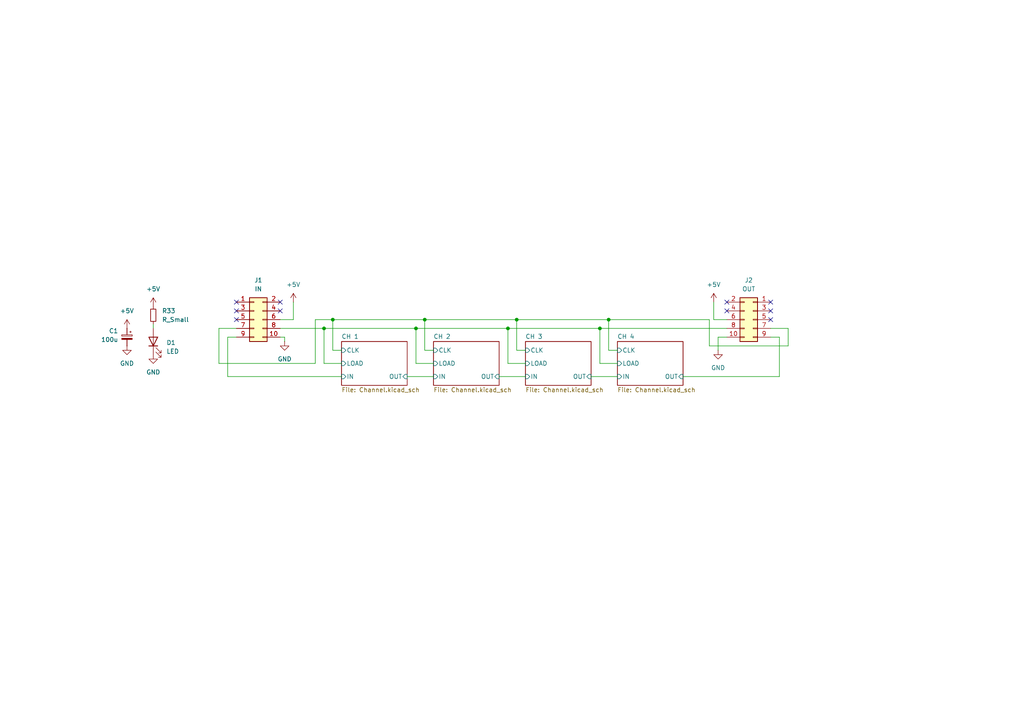
<source format=kicad_sch>
(kicad_sch (version 20250114) (generator "eeschema") (generator_version "9.0")
  (paper "A4")
  (lib_symbols
    (symbol "Connector_Generic:Conn_02x05_Odd_Even" (pin_names (offset 1.016) (hide yes))
      (property "Reference" "J" (at 1.27 7.62 0))
      (property "Value" "Conn_02x05_Odd_Even" (at 1.27 -7.62 0))
      (symbol "Conn_02x05_Odd_Even_1_1"
        (rectangle (start -1.27 6.35) (end 3.81 -6.35) (stroke (width 0.254)) (fill (type background)))
        (rectangle (start -1.27 5.207) (end 0 4.953) (stroke (width 0.1524)))
        (rectangle (start -1.27 2.667) (end 0 2.413) (stroke (width 0.1524)))
        (rectangle (start -1.27 0.127) (end 0 -0.127) (stroke (width 0.1524)))
        (rectangle (start -1.27 -2.413) (end 0 -2.667) (stroke (width 0.1524)))
        (rectangle (start -1.27 -4.953) (end 0 -5.207) (stroke (width 0.1524)))
        (rectangle (start 3.81 5.207) (end 2.54 4.953) (stroke (width 0.1524)))
        (rectangle (start 3.81 2.667) (end 2.54 2.413) (stroke (width 0.1524)))
        (rectangle (start 3.81 0.127) (end 2.54 -0.127) (stroke (width 0.1524)))
        (rectangle (start 3.81 -2.413) (end 2.54 -2.667) (stroke (width 0.1524)))
        (rectangle (start 3.81 -4.953) (end 2.54 -5.207) (stroke (width 0.1524)))
        (pin passive line (at -5.08 5.08 0) (length 3.81) (name "Pin_1") (number "1"))
        (pin passive line (at -5.08 2.54 0) (length 3.81) (name "Pin_3") (number "3"))
        (pin passive line (at -5.08 0 0) (length 3.81) (name "Pin_5") (number "5"))
        (pin passive line (at -5.08 -2.54 0) (length 3.81) (name "Pin_7") (number "7"))
        (pin passive line (at -5.08 -5.08 0) (length 3.81) (name "Pin_9") (number "9"))
        (pin passive line (at 7.62 5.08 180) (length 3.81) (name "Pin_2") (number "2"))
        (pin passive line (at 7.62 2.54 180) (length 3.81) (name "Pin_4") (number "4"))
        (pin passive line (at 7.62 0 180) (length 3.81) (name "Pin_6") (number "6"))
        (pin passive line (at 7.62 -2.54 180) (length 3.81) (name "Pin_8") (number "8"))
        (pin passive line (at 7.62 -5.08 180) (length 3.81) (name "Pin_10") (number "10"))
      )
    )
    (symbol "Device:C_Polarized_Small" (pin_numbers (hide yes)) (pin_names (offset 0.254) (hide yes))
      (property "Reference" "C" (at 0.254 1.778 0))
      (property "Value" "C_Polarized_Small" (at 0.254 -2.032 0))
      (symbol "C_Polarized_Small_0_1"
        (rectangle (start -1.524 0.6858) (end 1.524 0.3048))
        (rectangle (start -1.524 -0.3048) (end 1.524 -0.6858) (fill (type outline)))
        (polyline (pts (xy -1.27 1.524) (xy -0.762 1.524)))
        (polyline (pts (xy -1.016 1.27) (xy -1.016 1.778)))
      )
      (symbol "C_Polarized_Small_1_1"
        (pin passive line (at 0 2.54 270) (length 1.8542) (name "~") (number "1"))
        (pin passive line (at 0 -2.54 90) (length 1.8542) (name "~") (number "2"))
      )
    )
    (symbol "Device:LED" (pin_numbers (hide yes)) (pin_names (offset 1.016) (hide yes))
      (property "Reference" "D" (at 0 2.54 0))
      (property "Value" "LED" (at 0 -2.54 0))
      (symbol "LED_0_1"
        (polyline (pts (xy -3.048 -0.762) (xy -4.572 -2.286) (xy -3.81 -2.286) (xy -4.572 -2.286) (xy -4.572 -1.524)))
        (polyline (pts (xy -1.778 -0.762) (xy -3.302 -2.286) (xy -2.54 -2.286) (xy -3.302 -2.286) (xy -3.302 -1.524)))
        (polyline (pts (xy -1.27 0) (xy 1.27 0)))
        (polyline (pts (xy -1.27 -1.27) (xy -1.27 1.27)) (stroke (width 0.254)))
        (polyline (pts (xy 1.27 -1.27) (xy 1.27 1.27) (xy -1.27 0) (xy 1.27 -1.27)) (stroke (width 0.254)))
      )
      (symbol "LED_1_1"
        (pin passive line (at -3.81 0 0) (length 2.54) (name "K") (number "1"))
        (pin passive line (at 3.81 0 180) (length 2.54) (name "A") (number "2"))
      )
    )
    (symbol "Device:R_Small" (pin_numbers (hide yes)) (pin_names (offset 0.254) (hide yes))
      (property "Reference" "R" (at 0.762 0.508 0))
      (property "Value" "R_Small" (at 0.762 -1.016 0))
      (symbol "R_Small_0_1"
        (rectangle (start -0.762 1.778) (end 0.762 -1.778) (stroke (width 0.2032)))
      )
      (symbol "R_Small_1_1"
        (pin passive line (at 0 2.54 270) (length 0.762) (name "~") (number "1"))
        (pin passive line (at 0 -2.54 90) (length 0.762) (name "~") (number "2"))
      )
    )
    (symbol "power:+5V" (power) (pin_numbers (hide yes)) (pin_names (offset 0) (hide yes))
      (property "Value" "+5V" (at 0 3.556 0))
      (symbol "+5V_0_1"
        (polyline (pts (xy -0.762 1.27) (xy 0 2.54)))
        (polyline (pts (xy 0 2.54) (xy 0.762 1.27)))
        (polyline (pts (xy 0 0) (xy 0 2.54)))
      )
      (symbol "+5V_1_1"
        (pin power_in line (at 0 0 90) (length 0) (name "~") (number "1"))
      )
    )
    (symbol "power:GND" (power) (pin_numbers (hide yes)) (pin_names (offset 0) (hide yes))
      (property "Value" "GND" (at 0 -3.81 0))
      (symbol "GND_0_1"
        (polyline (pts (xy 0 0) (xy 0 -1.27) (xy 1.27 -1.27) (xy 0 -2.54) (xy -1.27 -1.27) (xy 0 -1.27)))
      )
      (symbol "GND_1_1"
        (pin power_in line (at 0 0 270) (length 0) (name "~") (number "1"))
      )
    )
  )
  (junction (at 93.98 95.25))
  (junction (at 123.19 92.71))
  (junction (at 173.99 95.25))
  (junction (at 147.32 95.25))
  (junction (at 149.86 92.71))
  (junction (at 120.65 95.25))
  (junction (at 176.53 92.71))
  (junction (at 96.52 92.71))
  (no_connect (at 223.52 87.63))
  (no_connect (at 223.52 90.17))
  (no_connect (at 68.58 92.71))
  (no_connect (at 81.28 87.63))
  (no_connect (at 68.58 90.17))
  (no_connect (at 68.58 87.63))
  (no_connect (at 210.82 87.63))
  (no_connect (at 223.52 92.71))
  (no_connect (at 81.28 90.17))
  (no_connect (at 210.82 90.17))
  (wire (pts (xy 208.28 97.79) (xy 210.82 97.79)))
  (wire (pts (xy 91.44 92.71) (xy 91.44 105.41)))
  (wire (pts (xy 93.98 95.25) (xy 93.98 105.41)))
  (wire (pts (xy 228.6 95.25) (xy 223.52 95.25)))
  (wire (pts (xy 63.5 95.25) (xy 68.58 95.25)))
  (wire (pts (xy 99.06 101.6) (xy 96.52 101.6)))
  (wire (pts (xy 173.99 95.25) (xy 210.82 95.25)))
  (wire (pts (xy 176.53 92.71) (xy 205.74 92.71)))
  (wire (pts (xy 82.55 97.79) (xy 81.28 97.79)))
  (wire (pts (xy 120.65 95.25) (xy 120.65 105.41)))
  (wire (pts (xy 147.32 95.25) (xy 147.32 105.41)))
  (wire (pts (xy 125.73 101.6) (xy 123.19 101.6)))
  (wire (pts (xy 223.52 97.79) (xy 226.06 97.79)))
  (wire (pts (xy 171.45 109.22) (xy 179.07 109.22)))
  (wire (pts (xy 152.4 101.6) (xy 149.86 101.6)))
  (wire (pts (xy 81.28 95.25) (xy 93.98 95.25)))
  (wire (pts (xy 66.04 109.22) (xy 66.04 97.79)))
  (wire (pts (xy 228.6 100.33) (xy 228.6 95.25)))
  (wire (pts (xy 152.4 105.41) (xy 147.32 105.41)))
  (wire (pts (xy 82.55 97.79) (xy 82.55 99.06)))
  (wire (pts (xy 149.86 92.71) (xy 176.53 92.71)))
  (wire (pts (xy 120.65 95.25) (xy 147.32 95.25)))
  (wire (pts (xy 198.12 109.22) (xy 226.06 109.22)))
  (wire (pts (xy 226.06 97.79) (xy 226.06 109.22)))
  (wire (pts (xy 149.86 92.71) (xy 149.86 101.6)))
  (wire (pts (xy 205.74 92.71) (xy 205.74 100.33)))
  (wire (pts (xy 91.44 105.41) (xy 63.5 105.41)))
  (wire (pts (xy 123.19 92.71) (xy 123.19 101.6)))
  (wire (pts (xy 99.06 105.41) (xy 93.98 105.41)))
  (wire (pts (xy 96.52 92.71) (xy 123.19 92.71)))
  (wire (pts (xy 96.52 92.71) (xy 91.44 92.71)))
  (wire (pts (xy 96.52 92.71) (xy 96.52 101.6)))
  (wire (pts (xy 66.04 97.79) (xy 68.58 97.79)))
  (wire (pts (xy 125.73 105.41) (xy 120.65 105.41)))
  (wire (pts (xy 205.74 100.33) (xy 228.6 100.33)))
  (wire (pts (xy 179.07 101.6) (xy 176.53 101.6)))
  (wire (pts (xy 85.09 92.71) (xy 81.28 92.71)))
  (wire (pts (xy 208.28 97.79) (xy 208.28 101.6)))
  (wire (pts (xy 118.11 109.22) (xy 125.73 109.22)))
  (wire (pts (xy 207.01 92.71) (xy 210.82 92.71)))
  (wire (pts (xy 99.06 109.22) (xy 66.04 109.22)))
  (wire (pts (xy 179.07 105.41) (xy 173.99 105.41)))
  (wire (pts (xy 123.19 92.71) (xy 149.86 92.71)))
  (wire (pts (xy 93.98 95.25) (xy 120.65 95.25)))
  (wire (pts (xy 63.5 105.41) (xy 63.5 95.25)))
  (wire (pts (xy 173.99 95.25) (xy 173.99 105.41)))
  (wire (pts (xy 207.01 87.63) (xy 207.01 92.71)))
  (wire (pts (xy 176.53 92.71) (xy 176.53 101.6)))
  (wire (pts (xy 144.78 109.22) (xy 152.4 109.22)))
  (wire (pts (xy 44.45 93.98) (xy 44.45 95.25)))
  (wire (pts (xy 85.09 87.63) (xy 85.09 92.71)))
  (wire (pts (xy 147.32 95.25) (xy 173.99 95.25)))
  (symbol (lib_id "power:GND") (at 44.45 102.87 0) (unit 1)
    (property "Reference" "#PWR035" (effects (hide yes)))
    (property "Value" "GND" (at 44.45 107.95 0))
    (property "Description" "Power symbol creates a global label with name \"GND\" , ground" (effects (hide yes)))
  )
  (symbol (lib_id "power:GND") (at 36.83 100.33 0) (unit 1)
    (property "Reference" "#PWR034" (effects (hide yes)))
    (property "Value" "GND" (at 36.83 105.41 0))
    (property "Description" "Power symbol creates a global label with name \"GND\" , ground" (effects (hide yes)))
  )
  (symbol (lib_id "power:GND") (at 208.28 101.6 0) (mirror y) (unit 1)
    (property "Reference" "#PWR04" (effects (hide yes)))
    (property "Value" "GND" (at 208.28 106.68 0))
    (property "Description" "Power symbol creates a global label with name \"GND\" , ground" (effects (hide yes)))
  )
  (symbol (lib_id "Connector_Generic:Conn_02x05_Odd_Even") (at 73.66 92.71 0) (unit 1)
    (property "Reference" "J1" (at 74.93 81.28 0))
    (property "Value" "IN" (at 74.93 83.82 0))
    (property "Footprint" "Connector_IDC:IDC-Header_2x05_P2.54mm_Vertical" (effects (hide yes)))
    (property "Description" "Generic connector, double row, 02x05, odd/even pin numbering scheme (row 1 odd numbers, row 2 even numbers), script generated (kicad-library-utils/schlib/autogen/connector/)" (effects (hide yes)))
  )
  (symbol (lib_id "power:+5V") (at 36.83 95.25 0) (unit 1)
    (property "Reference" "#PWR033" (effects (hide yes)))
    (property "Value" "+5V" (at 36.83 90.17 0))
    (property "Description" "Power symbol creates a global label with name \"+5V\"" (effects (hide yes)))
  )
  (symbol (lib_id "power:+5V") (at 44.45 88.9 0) (unit 1)
    (property "Reference" "#PWR036" (effects (hide yes)))
    (property "Value" "+5V" (at 44.45 83.82 0))
    (property "Description" "Power symbol creates a global label with name \"+5V\"" (effects (hide yes)))
  )
  (symbol (lib_id "power:+5V") (at 207.01 87.63 0) (mirror y) (unit 1)
    (property "Reference" "#PWR03" (effects (hide yes)))
    (property "Value" "+5V" (at 207.01 82.55 0))
    (property "Description" "Power symbol creates a global label with name \"+5V\"" (effects (hide yes)))
  )
  (symbol (lib_id "Connector_Generic:Conn_02x05_Odd_Even") (at 218.44 92.71 0) (mirror y) (unit 1)
    (property "Reference" "J2" (at 217.17 81.28 0))
    (property "Value" "OUT" (at 217.17 83.82 0))
    (property "Footprint" "Connector_IDC:IDC-Header_2x05_P2.54mm_Vertical" (effects (hide yes)))
    (property "Description" "Generic connector, double row, 02x05, odd/even pin numbering scheme (row 1 odd numbers, row 2 even numbers), script generated (kicad-library-utils/schlib/autogen/connector/)" (effects (hide yes)))
  )
  (symbol (lib_id "Device:R_Small") (at 44.45 91.44 0) (unit 1)
    (property "Reference" "R33" (at 46.99 90.1699 0) (effects (justify left)))
    (property "Value" "R_Small" (at 46.99 92.7099 0) (effects (justify left)))
    (property "Footprint" "Resistor_SMD:R_0805_2012Metric" (effects (hide yes)))
    (property "Description" "Resistor, small symbol" (effects (hide yes)))
  )
  (symbol (lib_id "power:+5V") (at 85.09 87.63 0) (unit 1)
    (property "Reference" "#PWR01" (effects (hide yes)))
    (property "Value" "+5V" (at 85.09 82.55 0))
    (property "Description" "Power symbol creates a global label with name \"+5V\"" (effects (hide yes)))
  )
  (symbol (lib_id "Device:C_Polarized_Small") (at 36.83 97.79 0) (mirror y) (unit 1)
    (property "Reference" "C1" (at 34.29 95.9738 0) (effects (justify left)))
    (property "Value" "100u" (at 34.29 98.5138 0) (effects (justify left)))
    (property "Footprint" "Capacitor_THT:CP_Radial_D5.0mm_P2.00mm" (effects (hide yes)))
    (property "Description" "Polarized capacitor, small symbol" (effects (hide yes)))
  )
  (symbol (lib_id "power:GND") (at 82.55 99.06 0) (unit 1)
    (property "Reference" "#PWR02" (effects (hide yes)))
    (property "Value" "GND" (at 82.55 104.14 0))
    (property "Description" "Power symbol creates a global label with name \"GND\" , ground" (effects (hide yes)))
  )
  (symbol (lib_id "Device:LED") (at 44.45 99.06 90) (unit 1)
    (property "Reference" "D1" (at 48.26 99.3774 90) (effects (justify right)))
    (property "Value" "LED" (at 48.26 101.9174 90) (effects (justify right)))
    (property "Footprint" "LED_THT:LED_D3.0mm" (effects (hide yes)))
    (property "Description" "Light emitting diode" (effects (hide yes)))
    (property "Sim.Pins" "1=K 2=A" (effects (hide yes)))
  )
  (sheet (at 179.07 99.06) (size 19.05 12.7) (stroke (width 0.1524))
    (property "Sheetname" "CH 4" (at 179.07 98.3484 0) (effects (justify left bottom)))
    (property "Sheetfile" "Channel.kicad_sch" (at 179.07 112.3446 0) (effects (justify left top)))
    (pin "CLK" input (at 179.07 101.6 180))
    (pin "IN" input (at 179.07 109.22 180))
    (pin "LOAD" input (at 179.07 105.41 180))
    (pin "OUT" input (at 198.12 109.22 0))
  )
  (sheet (at 99.06 99.06) (size 19.05 12.7) (stroke (width 0.1524))
    (property "Sheetname" "CH 1" (at 99.06 98.3484 0) (effects (justify left bottom)))
    (property "Sheetfile" "Channel.kicad_sch" (at 99.06 112.3446 0) (effects (justify left top)))
    (pin "CLK" input (at 99.06 101.6 180))
    (pin "IN" input (at 99.06 109.22 180))
    (pin "LOAD" input (at 99.06 105.41 180))
    (pin "OUT" input (at 118.11 109.22 0))
  )
  (sheet (at 125.73 99.06) (size 19.05 12.7) (stroke (width 0.1524))
    (property "Sheetname" "CH 2" (at 125.73 98.3484 0) (effects (justify left bottom)))
    (property "Sheetfile" "Channel.kicad_sch" (at 125.73 112.3446 0) (effects (justify left top)))
    (pin "CLK" input (at 125.73 101.6 180))
    (pin "IN" input (at 125.73 109.22 180))
    (pin "LOAD" input (at 125.73 105.41 180))
    (pin "OUT" input (at 144.78 109.22 0))
  )
  (sheet (at 152.4 99.06) (size 19.05 12.7) (stroke (width 0.1524))
    (property "Sheetname" "CH 3" (at 152.4 98.3484 0) (effects (justify left bottom)))
    (property "Sheetfile" "Channel.kicad_sch" (at 152.4 112.3446 0) (effects (justify left top)))
    (pin "CLK" input (at 152.4 101.6 180))
    (pin "IN" input (at 152.4 109.22 180))
    (pin "LOAD" input (at 152.4 105.41 180))
    (pin "OUT" input (at 171.45 109.22 0))
  )
)
</source>
